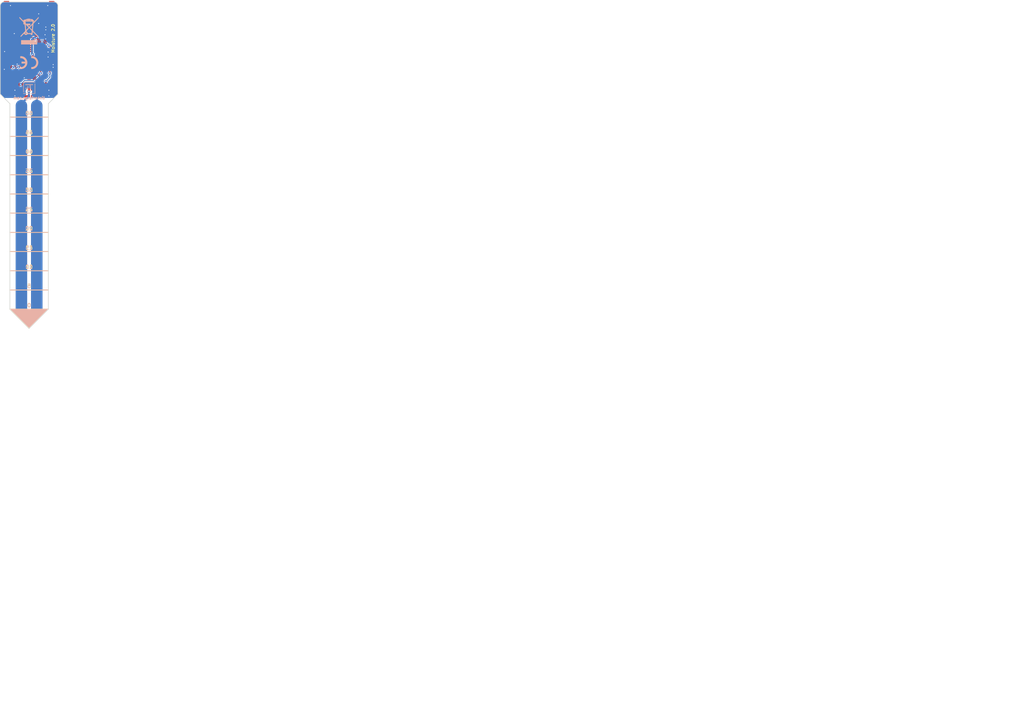
<source format=kicad_pcb>
(kicad_pcb (version 20221018) (generator pcbnew)
  (title_block (title "Moisture Bricklet") (rev "1.1") (company "Tinkerforge GmbH") (comment 1 "Licensed under CERN OHL v.1.1") (comment 2 "Copyright (©) 2014, B.Nordmeyer <bastian@tinkerforge.com>"))
  (layers (0 "F.Cu" signal) (31 "B.Cu" signal) (34 "B.Paste" user) (35 "F.Paste" user) (36 "B.SilkS" user "B.Silkscreen") (37 "F.SilkS" user "F.Silkscreen") (38 "B.Mask" user) (39 "F.Mask" user) (44 "Edge.Cuts" user))
  (net 0 "")
  (net 1 "GND")
  (net 2 "VCC")
  (net 3 "Net-(P1-Pad4)")
  (net 4 "Net-(P1-Pad5)")
  (net 5 "Net-(P1-Pad6)")
  (net 6 "Net-(R3-Pad1)")
  (net 7 "CLK-EN")
  (net 8 "S-MISO")
  (net 9 "S-MOSI")
  (net 10 "S-CLK")
  (net 11 "S-CS")
  (net 12 "SCL")
  (net 13 "SDA")
  (net 14 "Net-(C2-Pad2)")
  (net 15 "Net-(C6-Pad1)")
  (net 16 "Net-(C9-Pad1)")
  (net 17 "Net-(C10-Pad1)")
  (net 18 "Net-(D1-Pad2)")
  (net 19 "Net-(D2-Pad1)")
  (net 20 "Net-(P2-Pad1)")
  (net 21 "Net-(Q1-Pad3)")
  (net 22 "Net-(R1-Pad1)")
  (net 23 "Net-(R6-Pad1)")
  (net 24 "Net-(P3-Pad2)")
  (net 25 "SIG")
  (footprint "C0603F" (layer "F.Cu") (at 139.4 80.4)
    (fp_text reference "C6")
    (fp_text value "1uF")
    (pad "1" smd rect (at -0.75 0) (size 0.9 0.9) (layers "F.Cu" "F.Paste" "F.Mask") (net 15 "Net-(C6-Pad1)"))
    (pad "2" smd rect (at 0.75 0) (size 0.9 0.9) (layers "F.Cu" "F.Paste" "F.Mask") (net 1 "GND"))
  )
  (footprint "C0603F" (layer "F.Cu") (at 139.4 81.7)
    (fp_text reference "C7")
    (fp_text value "100nF")
    (pad "1" smd rect (at -0.75 0) (size 0.9 0.9) (layers "F.Cu" "F.Paste" "F.Mask") (net 15 "Net-(C6-Pad1)"))
    (pad "2" smd rect (at 0.75 0) (size 0.9 0.9) (layers "F.Cu" "F.Paste" "F.Mask") (net 1 "GND"))
  )
  (footprint "C0603F" (layer "F.Cu") (at 130.3 84.1 180)
    (fp_text reference "C8")
    (fp_text value "100nF")
    (pad "1" smd rect (at -0.75 0 180) (size 0.9 0.9) (layers "F.Cu" "F.Paste" "F.Mask") (net 2 "VCC"))
    (pad "2" smd rect (at 0.75 0 180) (size 0.9 0.9) (layers "F.Cu" "F.Paste" "F.Mask") (net 1 "GND"))
  )
  (footprint "C0603F" (layer "F.Cu") (at 139.5 91.8)
    (fp_text reference "C9")
    (fp_text value "TBD")
    (pad "1" smd rect (at -0.75 0) (size 0.9 0.9) (layers "F.Cu" "F.Paste" "F.Mask") (net 16 "Net-(C9-Pad1)"))
    (pad "2" smd rect (at 0.75 0) (size 0.9 0.9) (layers "F.Cu" "F.Paste" "F.Mask") (net 1 "GND"))
  )
  (footprint "C0603F" (layer "F.Cu") (at 133.9 91.8 180)
    (fp_text reference "C10")
    (fp_text value "TBD")
    (pad "1" smd rect (at -0.75 0 180) (size 0.9 0.9) (layers "F.Cu" "F.Paste" "F.Mask") (net 17 "Net-(C10-Pad1)"))
    (pad "2" smd rect (at 0.75 0 180) (size 0.9 0.9) (layers "F.Cu" "F.Paste" "F.Mask") (net 1 "GND"))
  )
  (footprint "kicad-libraries:SOT363" (layer "F.Cu") (at 136.7 91 -90)
    (fp_text reference "D2")
    (fp_text value "BAT54TW")
    (pad "1" smd rect (at -0.9 -0.75 270) (size 0.6 0.6) (layers "F.Cu" "F.Paste" "F.Mask") (net 19 "Net-(D2-Pad1)"))
    (pad "2" smd rect (at -0.9 0 270) (size 0.6 0.4) (layers "F.Cu" "F.Paste" "F.Mask"))
    (pad "3" smd rect (at -0.9 0.75 270) (size 0.6 0.6) (layers "F.Cu" "F.Paste" "F.Mask") (net 25 "SIG"))
    (pad "4" smd rect (at 0.9 0.75 270) (size 0.6 0.6) (layers "F.Cu" "F.Paste" "F.Mask") (net 17 "Net-(C10-Pad1)"))
    (pad "5" smd rect (at 0.9 0 270) (size 0.6 0.4) (layers "F.Cu" "F.Paste" "F.Mask"))
    (pad "6" smd rect (at 0.9 -0.75 270) (size 0.6 0.6) (layers "F.Cu" "F.Paste" "F.Mask") (net 16 "Net-(C9-Pad1)"))
  )
  (footprint "R0603F" (layer "F.Cu") (at 136 87.9 90)
    (fp_text reference "R5")
    (fp_text value "68")
    (pad "1" smd rect (at -0.75 0 90) (size 0.9 0.9) (layers "F.Cu" "F.Paste" "F.Mask") (net 25 "SIG"))
    (pad "2" smd rect (at 0.75 0 90) (size 0.9 0.9) (layers "F.Cu" "F.Paste" "F.Mask") (net 21 "Net-(Q1-Pad3)"))
  )
  (footprint "R0603F" (layer "F.Cu") (at 134.6 89.6 -90)
    (fp_text reference "R6")
    (fp_text value "1k")
    (pad "1" smd rect (at -0.75 0 270) (size 0.9 0.9) (layers "F.Cu" "F.Paste" "F.Mask") (net 23 "Net-(R6-Pad1)"))
    (pad "2" smd rect (at 0.75 0 270) (size 0.9 0.9) (layers "F.Cu" "F.Paste" "F.Mask") (net 17 "Net-(C10-Pad1)"))
  )
  (footprint "R0603F" (layer "F.Cu") (at 133.1 89.6 90)
    (fp_text reference "R7")
    (fp_text value "DNP")
    (pad "1" smd rect (at -0.75 0 90) (size 0.9 0.9) (layers "F.Cu" "F.Paste" "F.Mask") (net 1 "GND"))
    (pad "2" smd rect (at 0.75 0 90) (size 0.9 0.9) (layers "F.Cu" "F.Paste" "F.Mask") (net 23 "Net-(R6-Pad1)"))
  )
  (footprint "4X0402" (layer "F.Cu") (at 134.2 74.4 180)
    (fp_text reference "RP1")
    (fp_text value "TBD")
    (pad "1" smd rect (at -0.7493 0.575) (size 0.29972 0.65) (layers "F.Cu" "F.Paste" "F.Mask") (net 3 "Net-(P1-Pad4)"))
    (pad "2" smd rect (at -0.24892 0.575) (size 0.29972 0.65) (layers "F.Cu" "F.Paste" "F.Mask") (net 4 "Net-(P1-Pad5)"))
    (pad "3" smd rect (at 0.24892 0.575) (size 0.29972 0.65) (layers "F.Cu" "F.Paste" "F.Mask") (net 5 "Net-(P1-Pad6)"))
    (pad "4" smd rect (at 0.7493 0.575) (size 0.29972 0.65) (layers "F.Cu" "F.Paste" "F.Mask") (net 14 "Net-(C2-Pad2)"))
    (pad "5" smd rect (at 0.7493 -0.575 180) (size 0.29972 0.65) (layers "F.Cu" "F.Paste" "F.Mask") (net 8 "S-MISO"))
    (pad "6" smd rect (at 0.24892 -0.575 180) (size 0.29972 0.65) (layers "F.Cu" "F.Paste" "F.Mask") (net 9 "S-MOSI"))
    (pad "7" smd rect (at -0.24892 -0.575 180) (size 0.29972 0.65) (layers "F.Cu" "F.Paste" "F.Mask") (net 10 "S-CLK"))
    (pad "8" smd rect (at -0.7493 -0.575 180) (size 0.29972 0.65) (layers "F.Cu" "F.Paste" "F.Mask") (net 11 "S-CS"))
  )
  (footprint "4X0603" (layer "F.Cu") (at 136.8 84.5 90)
    (fp_text reference "RP2")
    (fp_text value "1k")
    (pad "1" smd rect (at -1.19888 -0.8509 90) (size 0.44958 0.89916) (layers "F.Cu" "F.Paste" "F.Mask") (net 2 "VCC"))
    (pad "2" smd rect (at -0.39878 -0.8509 90) (size 0.44958 0.89916) (layers "F.Cu" "F.Paste" "F.Mask") (net 2 "VCC"))
    (pad "3" smd rect (at 0.39878 -0.8509 90) (size 0.44958 0.89916) (layers "F.Cu" "F.Paste" "F.Mask") (net 2 "VCC"))
    (pad "4" smd rect (at 1.19888 -0.8509 90) (size 0.44958 0.89916) (layers "F.Cu" "F.Paste" "F.Mask") (net 2 "VCC"))
    (pad "5" smd rect (at 1.19888 0.8509 90) (size 0.44958 0.89916) (layers "F.Cu" "F.Paste" "F.Mask") (net 13 "SDA"))
    (pad "6" smd rect (at 0.39878 0.8509 90) (size 0.44958 0.89916) (layers "F.Cu" "F.Paste" "F.Mask"))
    (pad "7" smd rect (at -0.39878 0.8509 90) (size 0.44958 0.89916) (layers "F.Cu" "F.Paste" "F.Mask"))
    (pad "8" smd rect (at -1.19888 0.8509 90) (size 0.44958 0.89916) (layers "F.Cu" "F.Paste" "F.Mask") (net 12 "SCL"))
  )
  (footprint "C0805" (layer "F.Cu") (at 138.5 74.3 180)
    (fp_text reference "C1")
    (fp_text value "10uF")
    (pad "1" smd rect (at -1.00076 0 180) (size 1.00076 1.24968) (layers "F.Cu" "F.Paste" "F.Mask") (net 1 "GND") (clearance 0.14986))
    (pad "2" smd rect (at 1.00076 0 180) (size 1.00076 1.24968) (layers "F.Cu" "F.Paste" "F.Mask") (net 2 "VCC") (clearance 0.14986))
  )
  (footprint "kicad-libraries:C0402F" (layer "F.Cu") (at 132.4 74.25 90)
    (fp_text reference "C2")
    (fp_text value "TBD")
    (pad "1" smd rect (at -0.5 0 90) (size 0.6 0.7) (layers "F.Cu" "F.Paste" "F.Mask") (net 1 "GND"))
    (pad "2" smd rect (at 0.5 0 90) (size 0.6 0.7) (layers "F.Cu" "F.Paste" "F.Mask") (net 14 "Net-(C2-Pad2)"))
  )
  (footprint "C0603F" (layer "F.Cu") (at 138.6 75.9 180)
    (fp_text reference "C3")
    (fp_text value "1uF")
    (pad "1" smd rect (at -0.75 0 180) (size 0.9 0.9) (layers "F.Cu" "F.Paste" "F.Mask") (net 1 "GND"))
    (pad "2" smd rect (at 0.75 0 180) (size 0.9 0.9) (layers "F.Cu" "F.Paste" "F.Mask") (net 2 "VCC"))
  )
  (footprint "C0603F" (layer "F.Cu") (at 133.85 82.85 180)
    (fp_text reference "C4")
    (fp_text value "100nF")
    (pad "1" smd rect (at -0.75 0 180) (size 0.9 0.9) (layers "F.Cu" "F.Paste" "F.Mask") (net 2 "VCC"))
    (pad "2" smd rect (at 0.75 0 180) (size 0.9 0.9) (layers "F.Cu" "F.Paste" "F.Mask") (net 1 "GND"))
  )
  (footprint "C0603F" (layer "F.Cu") (at 139.4 77.8)
    (fp_text reference "C5")
    (fp_text value "1uF")
    (pad "1" smd rect (at -0.75 0) (size 0.9 0.9) (layers "F.Cu" "F.Paste" "F.Mask") (net 2 "VCC"))
    (pad "2" smd rect (at 0.75 0) (size 0.9 0.9) (layers "F.Cu" "F.Paste" "F.Mask") (net 1 "GND"))
  )
  (footprint "D0603E" (layer "F.Cu") (at 130.3 82.7 180)
    (fp_text reference "D1")
    (fp_text value "blue")
    (pad "1" smd rect (at -0.8501 0 180) (size 1.1 1) (layers "F.Cu" "F.Paste" "F.Mask") (net 2 "VCC"))
    (pad "2" smd rect (at 0.8501 0 180) (size 1.1 1) (layers "F.Cu" "F.Paste" "F.Mask") (net 18 "Net-(D1-Pad2)"))
  )
  (footprint "CON-SENSOR2" (layer "F.Cu") (at 136 67.1 180)
    (fp_text reference "P1")
    (fp_text value "CON-SENSOR2")
    (pad "1" smd rect (at -3.75 -4.6 180) (size 0.6 1.8) (layers "F.Cu" "F.Paste" "F.Mask"))
    (pad "2" smd rect (at -2.5 -4.6 180) (size 0.6 1.8) (layers "F.Cu" "F.Paste" "F.Mask") (net 1 "GND"))
    (pad "3" smd rect (at -1.25 -4.6 180) (size 0.6 1.8) (layers "F.Cu" "F.Paste" "F.Mask") (net 2 "VCC"))
    (pad "4" smd rect (at 0 -4.6 180) (size 0.6 1.8) (layers "F.Cu" "F.Paste" "F.Mask") (net 3 "Net-(P1-Pad4)"))
    (pad "5" smd rect (at 1.25 -4.6 180) (size 0.6 1.8) (layers "F.Cu" "F.Paste" "F.Mask") (net 4 "Net-(P1-Pad5)"))
    (pad "6" smd rect (at 2.5 -4.6 180) (size 0.6 1.8) (layers "F.Cu" "F.Paste" "F.Mask") (net 5 "Net-(P1-Pad6)"))
    (pad "7" smd rect (at 3.75 -4.6 180) (size 0.6 1.8) (layers "F.Cu" "F.Paste" "F.Mask") (net 14 "Net-(C2-Pad2)"))
    (pad "EP" smd rect (at -5.9 -1.2 180) (size 1.4 2.4) (layers "F.Cu" "F.Paste" "F.Mask") (net 1 "GND"))
    (pad "EP" smd rect (at 5.9 -1.2 180) (size 1.4 2.4) (layers "F.Cu" "F.Paste" "F.Mask") (net 1 "GND"))
  )
  (footprint "kicad-libraries:DEBUG_PAD" (layer "F.Cu") (at 129.8 77.4)
    (fp_text reference "P2")
    (fp_text value "DEBUG")
    (pad "1" smd circle (at 0 0) (size 0.7 0.7) (layers "F.Cu" "F.Paste" "F.Mask") (net 20 "Net-(P2-Pad1)"))
  )
  (footprint "kicad-libraries:SolderJumper" (layer "F.Cu") (at 130.1 79.2)
    (fp_text reference "P3")
    (fp_text value "BOOT")
    (pad "1" smd rect (at -0.5 0) (size 0.4 1.4) (layers "F.Cu" "F.Mask") (net 1 "GND"))
    (pad "1" smd rect (at -0.225 -0.55) (size 0.95 0.3) (layers "F.Cu" "F.Mask") (net 1 "GND"))
    (pad "1" smd rect (at -0.225 0.55) (size 0.95 0.3) (layers "F.Cu" "F.Mask") (net 1 "GND"))
    (pad "2" smd rect (at 0.15 0) (size 0.6 0.5) (layers "F.Cu" "F.Mask") (net 24 "Net-(P3-Pad2)"))
    (pad "2" smd rect (at 0.55 0) (size 0.3 1.4) (layers "F.Cu" "F.Mask") (net 24 "Net-(P3-Pad2)"))
  )
  (footprint "R0603F" (layer "F.Cu") (at 130.3 81.3 180)
    (fp_text reference "R1")
    (fp_text value "1k")
    (pad "1" smd rect (at -0.75 0 180) (size 0.9 0.9) (layers "F.Cu" "F.Paste" "F.Mask") (net 22 "Net-(R1-Pad1)"))
    (pad "2" smd rect (at 0.75 0 180) (size 0.9 0.9) (layers "F.Cu" "F.Paste" "F.Mask") (net 18 "Net-(D1-Pad2)"))
  )
  (footprint "R0603F" (layer "F.Cu") (at 137.4 87.9 90)
    (fp_text reference "R2")
    (fp_text value "68")
    (pad "1" smd rect (at -0.75 0 90) (size 0.9 0.9) (layers "F.Cu" "F.Paste" "F.Mask") (net 19 "Net-(D2-Pad1)"))
    (pad "2" smd rect (at 0.75 0 90) (size 0.9 0.9) (layers "F.Cu" "F.Paste" "F.Mask") (net 21 "Net-(Q1-Pad3)"))
  )
  (footprint "R0603F" (layer "F.Cu") (at 138.8 89.6 -90)
    (fp_text reference "R3")
    (fp_text value "1k")
    (pad "1" smd rect (at -0.75 0 270) (size 0.9 0.9) (layers "F.Cu" "F.Paste" "F.Mask") (net 6 "Net-(R3-Pad1)"))
    (pad "2" smd rect (at 0.75 0 270) (size 0.9 0.9) (layers "F.Cu" "F.Paste" "F.Mask") (net 16 "Net-(C9-Pad1)"))
  )
  (footprint "R0603F" (layer "F.Cu") (at 140.3 89.6 90)
    (fp_text reference "R4")
    (fp_text value "DNP")
    (pad "1" smd rect (at -0.75 0 90) (size 0.9 0.9) (layers "F.Cu" "F.Paste" "F.Mask") (net 1 "GND"))
    (pad "2" smd rect (at 0.75 0 90) (size 0.9 0.9) (layers "F.Cu" "F.Paste" "F.Mask") (net 6 "Net-(R3-Pad1)"))
  )
  (footprint "kicad-libraries:QFN24-4x4mm-0.5mm" (layer "F.Cu") (at 134.5 79)
    (fp_text reference "U1")
    (fp_text value "XMC1XXX24")
    (pad "1" smd oval (at -2.025 -1.25) (size 1 0.3) (layers "F.Cu" "F.Paste" "F.Mask") (net 8 "S-MISO"))
    (pad "2" smd oval (at -2.025 -0.75) (size 1 0.3) (layers "F.Cu" "F.Paste" "F.Mask") (net 20 "Net-(P2-Pad1)"))
    (pad "3" smd oval (at -2.025 -0.25) (size 1 0.3) (layers "F.Cu" "F.Paste" "F.Mask"))
    (pad "4" smd oval (at -2.025 0.25) (size 1 0.3) (layers "F.Cu" "F.Paste" "F.Mask") (net 24 "Net-(P3-Pad2)"))
    (pad "5" smd oval (at -2.025 0.75) (size 1 0.3) (layers "F.Cu" "F.Paste" "F.Mask"))
    (pad "6" smd oval (at -2.025 1.25) (size 1 0.3) (layers "F.Cu" "F.Paste" "F.Mask"))
    (pad "7" smd oval (at -1.25 2.025 90) (size 1 0.3) (layers "F.Cu" "F.Paste" "F.Mask") (net 22 "Net-(R1-Pad1)"))
    (pad "8" smd oval (at -0.75 2.025 90) (size 1 0.3) (layers "F.Cu" "F.Paste" "F.Mask") (net 7 "CLK-EN"))
    (pad "9" smd oval (at -0.25 2.025 90) (size 1 0.3) (layers "F.Cu" "F.Paste" "F.Mask") (net 1 "GND"))
    (pad "10" smd oval (at 0.25 2.025 90) (size 1 0.3) (layers "F.Cu" "F.Paste" "F.Mask") (net 2 "VCC"))
    (pad "11" smd oval (at 0.75 2.025 90) (size 1 0.3) (layers "F.Cu" "F.Paste" "F.Mask"))
    (pad "12" smd oval (at 1.25 2.025 90) (size 1 0.3) (layers "F.Cu" "F.Paste" "F.Mask"))
    (pad "13" smd oval (at 2.025 1.25) (size 1 0.3) (layers "F.Cu" "F.Paste" "F.Mask"))
    (pad "14" smd oval (at 2.025 0.75) (size 1 0.3) (layers "F.Cu" "F.Paste" "F.Mask"))
    (pad "15" smd oval (at 2.025 0.25) (size 1 0.3) (layers "F.Cu" "F.Paste" "F.Mask"))
    (pad "16" smd oval (at 2.025 -0.25) (size 1 0.3) (layers "F.Cu" "F.Paste" "F.Mask"))
    (pad "17" smd oval (at 2.025 -0.75) (size 1 0.3) (layers "F.Cu" "F.Paste" "F.Mask") (net 13 "SDA"))
    (pad "18" smd oval (at 2.025 -1.25) (size 1 0.3) (layers "F.Cu" "F.Paste" "F.Mask"))
    (pad "19" smd oval (at 1.25 -2.025 90) (size 1 0.3) (layers "F.Cu" "F.Paste" "F.Mask") (net 12 "SCL"))
    (pad "20" smd oval (at 0.75 -2.025 90) (size 1 0.3) (layers "F.Cu" "F.Paste" "F.Mask"))
    (pad "21" smd oval (at 0.25 -2.025 90) (size 1 0.3) (layers "F.Cu" "F.Paste" "F.Mask"))
    (pad "22" smd oval (at -0.25 -2.025 90) (size 1 0.3) (layers "F.Cu" "F.Paste" "F.Mask") (net 11 "S-CS"))
    (pad "23" smd oval (at -0.75 -2.025 90) (size 1 0.3) (layers "F.Cu" "F.Paste" "F.Mask") (net 10 "S-CLK"))
    (pad "24" smd oval (at -1.25 -2.025 90) (size 1 0.3) (layers "F.Cu" "F.Paste" "F.Mask") (net 9 "S-MOSI"))
    (pad "EXP" smd rect (at -0.65 -0.65) (size 1.3 1.3) (layers "F.Cu" "F.Paste" "F.Mask") (net 1 "GND"))
    (pad "EXP" smd rect (at -0.65 0.65) (size 1.3 1.3) (layers "F.Cu" "F.Paste" "F.Mask") (net 1 "GND"))
    (pad "EXP" smd rect (at 0.65 -0.65) (size 1.3 1.3) (layers "F.Cu" "F.Paste" "F.Mask") (net 1 "GND"))
    (pad "EXP" smd rect (at 0.65 0.65) (size 1.3 1.3) (layers "F.Cu" "F.Paste" "F.Mask") (net 1 "GND"))
  )
  (footprint "R0603F" (layer "F.Cu") (at 139.4 79.1)
    (fp_text reference "L1")
    (fp_text value "INDUCT")
    (pad "1" smd rect (at -0.75 0) (size 0.9 0.9) (layers "F.Cu" "F.Paste" "F.Mask") (net 2 "VCC"))
    (pad "2" smd rect (at 0.75 0) (size 0.9 0.9) (layers "F.Cu" "F.Paste" "F.Mask") (net 15 "Net-(C6-Pad1)"))
  )
  (footprint "CRYSTAL_3225_4" (layer "F.Cu") (at 132.6 86.3)
    (fp_text reference "Q1")
    (fp_text value "Oscillator")
    (pad "1" smd rect (at -1.09982 0.8001) (size 1.39954 1.15062) (layers "F.Cu" "F.Paste" "F.Mask") (net 7 "CLK-EN"))
    (pad "2" smd rect (at 1.09982 0.8001) (size 1.39954 1.15062) (layers "F.Cu" "F.Paste" "F.Mask") (net 1 "GND"))
    (pad "3" smd rect (at 1.09982 -0.8001) (size 1.39954 1.15062) (layers "F.Cu" "F.Paste" "F.Mask") (net 21 "Net-(Q1-Pad3)"))
    (pad "4" smd rect (at -1.09982 -0.8001) (size 1.39954 1.15062) (layers "F.Cu" "F.Paste" "F.Mask") (net 2 "VCC"))
  )
  (footprint "kicad-libraries:SOT23-6" (layer "F.Cu") (at 140.2 84.1 90)
    (fp_text reference "U2")
    (fp_text value "MCP3425")
    (pad "1" smd rect (at -0.94996 1.19888 90) (size 0.50038 0.8001) (layers "F.Cu" "F.Paste" "F.Mask") (net 6 "Net-(R3-Pad1)") (clearance 0.14986))
    (pad "2" smd rect (at 0 1.19888 90) (size 0.50038 0.8001) (layers "F.Cu" "F.Paste" "F.Mask") (net 1 "GND") (clearance 0.14986))
    (pad "3" smd rect (at 0.94996 1.19888 90) (size 0.50038 0.8001) (layers "F.Cu" "F.Paste" "F.Mask") (net 12 "SCL") (clearance 0.14986))
    (pad "4" smd rect (at 0.94996 -1.19888 90) (size 0.50038 0.8001) (layers "F.Cu" "F.Paste" "F.Mask") (net 13 "SDA") (clearance 0.14986))
    (pad "5" smd rect (at 0 -1.19888 90) (size 0.50038 0.8001) (layers "F.Cu" "F.Paste" "F.Mask") (net 15 "Net-(C6-Pad1)") (clearance 0.14986))
    (pad "6" smd rect (at -0.94996 -1.19888 90) (size 0.50038 0.8001) (layers "F.Cu" "F.Paste" "F.Mask") (net 23 "Net-(R6-Pad1)") (clearance 0.14986))
  )
  (footprint "kicad-libraries:Logo_31x31" (layer "B.Cu") (at 137.6 88.15 180)
    (fp_text reference "G***" hide)
    (fp_text value "Logo_31x31" hide)
  )
  (footprint "kicad-libraries:WEEE_7mm" (layer "B.Cu") (at 136 74.85 180)
    (fp_text reference "VAL" hide)
    (fp_text value "WEEE_7mm" hide)
  )
  (footprint "kicad-libraries:CE_5mm" (layer "B.Cu") (at 136 83.15 180)
    (fp_text reference "VAL" hide)
    (fp_text value "CE_5mm" hide)
  )
  (gr_line (start 141 102.35) (end 131 102.35) (stroke (width 0.2)) (layer "B.SilkS"))
  (gr_line (start 131 107.35) (end 141 107.35) (stroke (width 0.2)) (layer "B.SilkS"))
  (gr_line (start 131 122.35) (end 141 122.35) (stroke (width 0.2)) (layer "B.SilkS"))
  (gr_line (start 141 127.35) (end 131 127.35) (stroke (width 0.2)) (layer "B.SilkS"))
  (gr_line (start 141 117.35) (end 131 117.35) (stroke (width 0.2)) (layer "B.SilkS"))
  (gr_line (start 141 137.35) (end 131 137.35) (stroke (width 0.2)) (layer "B.SilkS"))
  (gr_line (start 141 97.35) (end 131 97.35) (stroke (width 0.2)) (layer "B.SilkS"))
  (gr_line (start 131 142.35) (end 141 142.35) (stroke (width 0.2)) (layer "B.SilkS"))
  (gr_line (start 141 147.35) (end 131 147.35) (stroke (width 0.2)) (layer "B.SilkS"))
  (gr_line (start 131 132.35) (end 141 132.35) (stroke (width 0.2)) (layer "B.SilkS"))
  (gr_line (start 141 112.35) (end 131 112.35) (stroke (width 0.2)) (layer "B.SilkS"))
  (gr_line (start 141 97.35) (end 131 97.35) (stroke (width 0.2)) (layer "F.SilkS"))
  (gr_line (start 141 137.35) (end 131 137.35) (stroke (width 0.2)) (layer "F.SilkS"))
  (gr_line (start 141 102.35) (end 131 102.35) (stroke (width 0.2)) (layer "F.SilkS"))
  (gr_line (start 131 147.35) (end 136 152.35) (stroke (width 0.2)) (layer "F.SilkS"))
  (gr_line (start 141 147.35) (end 131 147.35) (stroke (width 0.2)) (layer "F.SilkS"))
  (gr_line (start 141 132.35) (end 131 132.35) (stroke (width 0.2)) (layer "F.SilkS"))
  (gr_line (start 141 127.35) (end 131 127.35) (stroke (width 0.2)) (layer "F.SilkS"))
  (gr_line (start 141 122.35) (end 131 122.35) (stroke (width 0.2)) (layer "F.SilkS"))
  (gr_line (start 141 112.35) (end 131 112.35) (stroke (width 0.2)) (layer "F.SilkS"))
  (gr_line (start 141 117.35) (end 131 117.35) (stroke (width 0.2)) (layer "F.SilkS"))
  (gr_line (start 141 107.35) (end 131 107.35) (stroke (width 0.2)) (layer "F.SilkS"))
  (gr_line (start 141 142.35) (end 131 142.35) (stroke (width 0.2)) (layer "F.SilkS"))
  (gr_line (start 143.5 91.35) (end 141 93.85) (stroke (width 0.15)) (layer "Edge.Cuts"))
  (gr_line (start 131 93.85) (end 131 147.35) (stroke (width 0.15)) (layer "Edge.Cuts"))
  (gr_line (start 129.5 67.35) (end 142.5 67.35) (stroke (width 0.15)) (layer "Edge.Cuts"))
  (gr_line (start 136 152.35) (end 141 147.35) (stroke (width 0.15)) (layer "Edge.Cuts"))
  (gr_line (start 128.5 91.35) (end 128.5 68.35) (stroke (width 0.15)) (layer "Edge.Cuts"))
  (gr_line (start 143.5 68.35) (end 143.5 91.35) (stroke (width 0.15)) (layer "Edge.Cuts"))
  (gr_line (start 141 147.35) (end 141 93.85) (stroke (width 0.15)) (layer "Edge.Cuts"))
  (gr_line (start 128.5 91.35) (end 131 93.85) (stroke (width 0.15)) (layer "Edge.Cuts"))
  (gr_line (start 136 152.35) (end 131 147.35) (stroke (width 0.15)) (layer "Edge.Cuts"))
  (gr_arc (start 128.5 68.35) (mid 128.792893 67.642893) (end 129.5 67.35) (stroke (width 0.15)) (layer "Edge.Cuts"))
  (gr_arc (start 142.5 67.35) (mid 143.207107 67.642893) (end 143.5 68.35) (stroke (width 0.15)) (layer "Edge.Cuts"))
  (gr_text "tinkerforge.com" (at 136 92.35) (layer "B.SilkS") (effects (font (size 0.7 0.7)) (justify mirror)))
  (gr_text "5" (at 136 141.35) (layer "B.SilkS") (effects (font (size 1 1)) (justify mirror)))
  (gr_text "0" (at 136 146.35) (layer "B.SilkS") (effects (font (size 1 1)) (justify mirror)))
  (gr_text "50" (at 136 96.35) (layer "B.SilkS") (effects (font (size 1 1)) (justify mirror)))
  (gr_text "25" (at 136 121.35) (layer "B.SilkS") (effects (font (size 1 1)) (justify mirror)))
  (gr_text "40" (at 136 106.35) (layer "B.SilkS") (effects (font (size 1 1)) (justify mirror)))
  (gr_text "10" (at 136 136.35) (layer "B.SilkS") (effects (font (size 1 1)) (justify mirror)))
  (gr_text "20" (at 136 126.35) (layer "B.SilkS") (effects (font (size 1 1)) (justify mirror)))
  (gr_text "45" (at 136 101.35) (layer "B.SilkS") (effects (font (size 1 1)) (justify mirror)))
  (gr_text "15" (at 136 131.35) (layer "B.SilkS") (effects (font (size 1 1)) (justify mirror)))
  (gr_text "30" (at 136 116.35) (layer "B.SilkS") (effects (font (size 1 1)) (justify mirror)))
  (gr_text "35" (at 136 111.35) (layer "B.SilkS") (effects (font (size 1 1)) (justify mirror)))
  (gr_text "25" (at 136 121.35) (layer "F.SilkS") (effects (font (size 1 1))))
  (gr_text "35" (at 136 111.35) (layer "F.SilkS") (effects (font (size 1 1))))
  (gr_text "15" (at 136 131.35) (layer "F.SilkS") (effects (font (size 1 1))))
  (gr_text "45" (at 136 101.35) (layer "F.SilkS") (effects (font (size 1 1))))
  (gr_text "40" (at 136 106.35) (layer "F.SilkS") (effects (font (size 1 1))))
  (gr_text "30" (at 136 116.35) (layer "F.SilkS") (effects (font (size 1 1))))
  (gr_text "5" (at 136 141.35) (layer "F.SilkS") (effects (font (size 1 1))))
  (gr_text "20" (at 136 126.35) (layer "F.SilkS") (effects (font (size 1 1))))
  (gr_text "Moisture 2.0" (at 142.25 76.85 90) (layer "F.SilkS") (effects (font (size 0.8 0.8))))
  (gr_text "10" (at 136 136.35) (layer "F.SilkS") (effects (font (size 1 1))))
  (gr_text "50" (at 136 96.35) (layer "F.SilkS") (effects (font (size 1 1))))
  (gr_text "0" (at 136 146.35) (layer "F.SilkS") (effects (font (size 1 1))))
  (segment (start 134.7499 87.1001) (end 134.75 87.1) (width 0.5) (layer "F.Cu") (net 1))
  (segment (start 140.05 74.3) (end 140.35 74.6) (width 0.5) (layer "F.Cu") (net 1))
  (segment (start 139.95 74.3) (end 140.35 73.9) (width 0.5) (layer "F.Cu") (net 1))
  (segment (start 134.25 81.9) (end 134.1 82.05) (width 0.254) (layer "F.Cu") (net 1))
  (segment (start 134.1 82.05) (end 133.9 82.05) (width 0.254) (layer "F.Cu") (net 1))
  (segment (start 133.9 82.05) (end 133.1 82.85) (width 0.254) (layer "F.Cu") (net 1))
  (segment (start 134.25 80.05) (end 133.85 79.65) (width 0.254) (layer "F.Cu") (net 1))
  (segment (start 132.4 75.325) (end 132.15 75.575) (width 0.254) (layer "F.Cu") (net 1))
  (segment (start 132.15 75.575) (end 132.15 75.6) (width 0.254) (layer "F.Cu") (net 1))
  (segment (start 140.15 77.15) (end 140.325 76.975) (width 0.254) (layer "F.Cu") (net 1))
  (segment (start 133.1 83.325) (end 132.9 83.525) (width 0.5) (layer "F.Cu") (net 1))
  (segment (start 141.85 84.1) (end 142.275 83.675) (width 0.5) (layer "F.Cu") (net 1))
  (segment (start 142 84.1) (end 142.275 84.375) (width 0.5) (layer "F.Cu") (net 1))
  (segment (start 129.625 79.225) (end 129.625 80.275) (width 0.254) (layer "F.Cu") (net 1))
  (segment (start 129.6 78.675) (end 129.625 78.65) (width 0.254) (layer "F.Cu") (net 1))
  (segment (start 129.625 78.65) (end 129.6 79.2) (width 0.254) (layer "F.Cu") (net 1))
  (segment (start 139.50076 74.3) (end 140.05 74.3) (width 0.5) (layer "F.Cu") (net 1))
  (segment (start 134.25 81.025) (end 134.25 81.9) (width 0.254) (layer "F.Cu") (net 1))
  (segment (start 141.39888 84.1) (end 141.85 84.1) (width 0.5) (layer "F.Cu") (net 1))
  (segment (start 129.55 84.1) (end 129.55 84.9) (width 0.5) (layer "F.Cu") (net 1))
  (segment (start 133.1 90.35) (end 132.3 90.35) (width 0.5) (layer "F.Cu") (net 1))
  (segment (start 129.6 79.2) (end 129.6 79.15) (width 0.254) (layer "F.Cu") (net 1))
  (segment (start 133.85 78.35) (end 135.15 78.35) (width 0.254) (layer "F.Cu") (net 1))
  (segment (start 140.15 81.7) (end 140.95 81.7) (width 0.5) (layer "F.Cu") (net 1))
  (segment (start 138.5 71.7) (end 138.5 72.95) (width 0.5) (layer "F.Cu") (net 1))
  (segment (start 134.25 81.025) (end 134.25 80.05) (width 0.254) (layer "F.Cu") (net 1))
  (segment (start 140.15 77.8) (end 140.15 77.15) (width 0.5) (layer "F.Cu") (net 1))
  (segment (start 133.85 79.65) (end 133.85 78.35) (width 0.254) (layer "F.Cu") (net 1))
  (segment (start 129.6 79.2) (end 129.625 79.225) (width 0.254) (layer "F.Cu") (net 1))
  (segment (start 140.3 90.35) (end 141.15 90.35) (width 0.5) (layer "F.Cu") (net 1))
  (segment (start 129.6 79.2) (end 129.6 79.75) (width 0.254) (layer "F.Cu") (net 1))
  (segment (start 135.15 78.35) (end 135.15 79.65) (width 0.254) (layer "F.Cu") (net 1))
  (segment (start 132.4 74.9) (end 132.4 75.325) (width 0.254) (layer "F.Cu") (net 1))
  (segment (start 141.39888 84.1) (end 142 84.1) (width 0.5) (layer "F.Cu") (net 1))
  (segment (start 133.1 82.85) (end 133.1 83.325) (width 0.5) (layer "F.Cu") (net 1))
  (segment (start 133.15 91.8) (end 132.3 91.8) (width 0.5) (layer "F.Cu") (net 1))
  (segment (start 141.9 68.3) (end 140.85 68.3) (width 0.5) (layer "F.Cu") (net 1))
  (segment (start 129.6 79.2) (end 129.6 78.675) (width 0.254) (layer "F.Cu") (net 1))
  (segment (start 129.6 79.2) (end 129.6 79.75) (width 0.254) (layer "F.Cu") (net 1))
  (segment (start 130.1 68.3) (end 131.15 68.3) (width 0.5) (layer "F.Cu") (net 1))
  (segment (start 141.15 91.8) (end 140.25 91.8) (width 0.5) (layer "F.Cu") (net 1))
  (segment (start 139.35 75.9) (end 140.15 75.9) (width 0.5) (layer "F.Cu") (net 1))
  (segment (start 140.15 80.4) (end 140.95 80.4) (width 0.5) (layer "F.Cu") (net 1))
  (segment (start 138.5 71.7) (end 138.5 70.45) (width 0.5) (layer "F.Cu") (net 1))
  (segment (start 139.50076 74.3) (end 139.95 74.3) (width 0.5) (layer "F.Cu") (net 1))
  (segment (start 133.69982 87.1001) (end 134.7499 87.1001) (width 0.5) (layer "F.Cu") (net 1))
  (via (at 142.275 84.375) (size 0.7) (drill 0.25) (layers "F.Cu" "B.Cu") (net 1))
  (via (at 129.55 84.9) (size 0.7) (drill 0.25) (layers "F.Cu" "B.Cu") (net 1))
  (via (at 132.3 91.8) (size 0.7) (drill 0.25) (layers "F.Cu" "B.Cu") (net 1))
  (via (at 140.35 73.9) (size 0.7) (drill 0.25) (layers "F.Cu" "B.Cu") (net 1))
  (via (at 138.5 70.45) (size 0.7) (drill 0.25) (layers "F.Cu" "B.Cu") (net 1))
  (via (at 141.15 91.8) (size 0.7) (drill 0.25) (layers "F.Cu" "B.Cu") (net 1))
  (via (at 138.5 72.95) (size 0.7) (drill 0.25) (layers "F.Cu" "B.Cu") (net 1))
  (via (at 140.35 74.6) (size 0.7) (drill 0.25) (layers "F.Cu" "B.Cu") (net 1))
  (via (at 140.95 80.4) (size 0.7) (drill 0.25) (layers "F.Cu" "B.Cu") (net 1))
  (via (at 140.15 75.9) (size 0.7) (drill 0.25) (layers "F.Cu" "B.Cu") (net 1))
  (via (at 129.625 80.275) (size 0.7) (drill 0.25) (layers "F.Cu" "B.Cu") (net 1))
  (via (at 140.325 76.975) (size 0.7) (drill 0.25) (layers "F.Cu" "B.Cu") (net 1))
  (via (at 132.3 90.35) (size 0.7) (drill 0.25) (layers "F.Cu" "B.Cu") (net 1))
  (via (at 140.85 68.3) (size 0.7) (drill 0.25) (layers "F.Cu" "B.Cu") (net 1))
  (via (at 132.15 75.6) (size 0.7) (drill 0.25) (layers "F.Cu" "B.Cu") (net 1))
  (via (at 132.9 83.525) (size 0.7) (drill 0.25) (layers "F.Cu" "B.Cu") (net 1))
  (via (at 140.95 81.7) (size 0.7) (drill 0.25) (layers "F.Cu" "B.Cu") (net 1))
  (via (at 134.75 87.1) (size 0.7) (drill 0.25) (layers "F.Cu" "B.Cu") (net 1))
  (via (at 141.15 90.35) (size 0.7) (drill 0.25) (layers "F.Cu" "B.Cu") (net 1))
  (via (at 142.275 83.675) (size 0.7) (drill 0.25) (layers "F.Cu" "B.Cu") (net 1))
  (via (at 131.15 68.3) (size 0.7) (drill 0.25) (layers "F.Cu" "B.Cu") (net 1))
  (segment (start 138.05 91.8) (end 138 91.85) (width 0.5) (layer "B.Cu") (net 1))
  (segment (start 138 91.85) (end 138 94.35) (width 0.5) (layer "B.Cu") (net 1))
  (segment (start 141.15 91.8) (end 138.05 91.8) (width 0.5) (layer "B.Cu") (net 1))
  (segment (start 138 147.35) (end 138 94.35) (width 3) (layer "B.Cu") (net 1))
  (segment (start 137.25 74.05076) (end 137.49924 74.3) (width 0.254) (layer "F.Cu") (net 2))
  (segment (start 137.49924 74.79924) (end 137.85 75.15) (width 0.5) (layer "F.Cu") (net 2))
  (segment (start 137.85 75.15) (end 137.85 75.9) (width 0.5) (layer "F.Cu") (net 2))
  (segment (start 136.40112 85.69888) (end 136.55 85.55) (width 0.254) (layer "F.Cu") (net 2))
  (segment (start 136.55 85.55) (end 136.55 84.85) (width 0.254) (layer "F.Cu") (net 2))
  (segment (start 136.55 83.6) (end 136.25112 83.30112) (width 0.254) (layer "F.Cu") (net 2))
  (segment (start 136.25112 83.30112) (end 135.9491 83.30112) (width 0.254) (layer "F.Cu") (net 2))
  (segment (start 136.55 84.10122) (end 136.55 84.1) (width 0.254) (layer "F.Cu") (net 2))
  (segment (start 136.55 84.1) (end 136.55 83.6) (width 0.254) (layer "F.Cu") (net 2))
  (segment (start 136.55 84.89878) (end 136.50122 84.85) (width 0.254) (layer "F.Cu") (net 2))
  (segment (start 136.50122 84.85) (end 136.45 84.85) (width 0.254) (layer "F.Cu") (net 2))
  (segment (start 136.45 84.85) (end 136.55 84.85) (width 0.254) (layer "F.Cu") (net 2))
  (segment (start 136.55 84.85) (end 136.55 84.1) (width 0.254) (layer "F.Cu") (net 2))
  (segment (start 131.05 85.04972) (end 131.50018 85.4999) (width 0.5) (layer "F.Cu") (net 2))
  (segment (start 131.05 82.8001) (end 131.1501 82.7) (width 0.5) (layer "F.Cu") (net 2))
  (segment (start 134.75 82.1) (end 134.6 82.25) (width 0.254) (layer "F.Cu") (net 2))
  (segment (start 134.6 82.25) (end 134.6 82.85) (width 0.254) (layer "F.Cu") (net 2))
  (segment (start 134.975 82.85) (end 135.225 83.1) (width 0.254) (layer "F.Cu") (net 2))
  (segment (start 135.42612 83.30112) (end 135.9491 83.30112) (width 0.254) (layer "F.Cu") (net 2))
  (segment (start 138.65 77.4) (end 137.9125 76.6625) (width 0.5) (layer "F.Cu") (net 2))
  (segment (start 137.85 76.6) (end 137.85 75.9) (width 0.5) (layer "F.Cu") (net 2))
  (segment (start 137.9125 76.6625) (end 137.85 76.6) (width 0.5) (layer "F.Cu") (net 2))
  (segment (start 136.95 81.025) (end 136.95 81.5) (width 0.5) (layer "F.Cu") (net 2))
  (segment (start 136.95 81.5) (end 135.875 82.575) (width 0.5) (layer "F.Cu") (net 2))
  (segment (start 135.875 82.575) (end 135.475 82.575) (width 0.5) (layer "F.Cu") (net 2))
  (segment (start 135.475 82.575) (end 135.2 82.85) (width 0.5) (layer "F.Cu") (net 2))
  (segment (start 134.6 82.85) (end 135.2 82.85) (width 0.5) (layer "F.Cu") (net 2))
  (segment (start 131.425 84.1) (end 131.7 84.375) (width 0.254) (layer "F.Cu") (net 2))
  (segment (start 133.3 84.325) (end 133.6 84.025) (width 0.254) (layer "F.Cu") (net 2))
  (segment (start 133.6 84.025) (end 134.3 84.025) (width 0.254) (layer "F.Cu") (net 2))
  (segment (start 134.3 84.025) (end 135.225 83.1) (width 0.254) (layer "F.Cu") (net 2))
  (segment (start 135.225 83.1) (end 135.42612 83.30112) (width 0.254) (layer "F.Cu") (net 2))
  (segment (start 131.05 84.1) (end 131.05 82.8001) (width 0.5) (layer "F.Cu") (net 2))
  (segment (start 134.75 81.025) (end 134.75 82.1) (width 0.254) (layer "F.Cu") (net 2))
  (segment (start 138.65 79.1) (end 138.65 77.8) (width 0.5) (layer "F.Cu") (net 2))
  (segment (start 138.65 77.8) (end 138.65 77.4) (width 0.5) (layer "F.Cu") (net 2))
  (segment (start 131.05 84.1) (end 131.05 85.04972) (width 0.5) (layer "F.Cu") (net 2))
  (segment (start 135.9491 84.89878) (end 136.55 84.89878) (width 0.254) (layer "F.Cu") (net 2))
  (segment (start 131.05 84.1) (end 131.425 84.1) (width 0.254) (layer "F.Cu") (net 2))
  (segment (start 135.9491 85.69888) (end 136.40112 85.69888) (width 0.254) (layer "F.Cu") (net 2))
  (segment (start 135.9491 84.10122) (end 136.55 84.10122) (width 0.254) (layer "F.Cu") (net 2))
  (segment (start 134.6 82.85) (end 134.975 82.85) (width 0.254) (layer "F.Cu") (net 2))
  (segment (start 137.25 71.7) (end 137.25 74.05076) (width 0.5) (layer "F.Cu") (net 2))
  (segment (start 137.49924 74.3) (end 137.49924 74.79924) (width 0.254) (layer "F.Cu") (net 2))
  (via (at 137.9125 76.6625) (size 0.7) (drill 0.25) (layers "F.Cu" "B.Cu") (net 2))
  (via (at 131.7 84.375) (size 0.7) (drill 0.25) (layers "F.Cu" "B.Cu") (net 2))
  (via (at 133.3 84.325) (size 0.7) (drill 0.25) (layers "F.Cu" "B.Cu") (net 2))
  (via (at 136.95 81.025) (size 0.7) (drill 0.25) (layers "F.Cu" "B.Cu") (net 2))
  (segment (start 137.2375 76.6625) (end 137.9125 76.6625) (width 0.5) (layer "B.Cu") (net 2))
  (segment (start 137.2375 76.6625) (end 136.75 77.15) (width 0.5) (layer "B.Cu") (net 2))
  (segment (start 136.75 77.15) (end 136.75 80.825) (width 0.5) (layer "B.Cu") (net 2))
  (segment (start 136.75 80.825) (end 136.95 81.025) (width 0.5) (layer "B.Cu") (net 2))
  (segment (start 131.7 84.375) (end 131.75 84.325) (width 0.254) (layer "B.Cu") (net 2))
  (segment (start 131.75 84.325) (end 133.3 84.325) (width 0.254) (layer "B.Cu") (net 2))
  (segment (start 136 72.4) (end 134.9493 73.4507) (width 0.254) (layer "F.Cu") (net 3))
  (segment (start 134.9493 73.4507) (end 134.9493 73.825) (width 0.254) (layer "F.Cu") (net 3))
  (segment (start 136 71.7) (end 136 72.4) (width 0.254) (layer "F.Cu") (net 3))
  (segment (start 134.44892 73.323166) (end 134.75 73.022086) (width 0.254) (layer "F.Cu") (net 4))
  (segment (start 134.75 73.022086) (end 134.75 71.7) (width 0.254) (layer "F.Cu") (net 4))
  (segment (start 134.44892 73.825) (end 134.44892 73.323166) (width 0.254) (layer "F.Cu") (net 4))
  (segment (start 133.95108 73.20108) (end 133.5 72.75) (width 0.254) (layer "F.Cu") (net 5))
  (segment (start 133.5 72.75) (end 133.5 71.7) (width 0.254) (layer "F.Cu") (net 5))
  (segment (start 133.95108 73.825) (end 133.95108 73.20108) (width 0.254) (layer "F.Cu") (net 5))
  (segment (start 140.3 88.1) (end 140.4 88) (width 0.254) (layer "F.Cu") (net 6))
  (segment (start 141.4 85.9) (end 141.39888 85.89888) (width 0.254) (layer "F.Cu") (net 6))
  (segment (start 141.39888 85.89888) (end 141.39888 85.04996) (width 0.254) (layer "F.Cu") (net 6))
  (segment (start 138.8 88.85) (end 140.3 88.85) (width 0.254) (layer "F.Cu") (net 6))
  (segment (start 140.3 88.85) (end 140.3 88.1) (width 0.254) (layer "F.Cu") (net 6))
  (via (at 141.4 85.9) (size 0.7) (drill 0.25) (layers "F.Cu" "B.Cu") (net 6))
  (via (at 140.4 88) (size 0.7) (drill 0.25) (layers "F.Cu" "B.Cu") (net 6))
  (segment (start 140.4 88) (end 141.4 87) (width 0.254) (layer "B.Cu") (net 6))
  (segment (start 141.4 87) (end 141.4 85.9) (width 0.254) (layer "B.Cu") (net 6))
  (segment (start 133.75 81.55) (end 133.425 81.875) (width 0.254) (layer "F.Cu") (net 7))
  (segment (start 133.425 81.875) (end 132.475 81.875) (width 0.254) (layer "F.Cu") (net 7))
  (segment (start 132.0499 87.1001) (end 132.6 86.55) (width 0.254) (layer "F.Cu") (net 7))
  (segment (start 132.6 86.55) (end 132.6 84.325) (width 0.254) (layer "F.Cu") (net 7))
  (segment (start 132.6 84.325) (end 132.175 83.9) (width 0.254) (layer "F.Cu") (net 7))
  (segment (start 132.175 83.9) (end 132.175 82.175) (width 0.254) (layer "F.Cu") (net 7))
  (segment (start 132.175 82.175) (end 132.475 81.875) (width 0.254) (layer "F.Cu") (net 7))
  (segment (start 133.75 81.025) (end 133.75 81.55) (width 0.254) (layer "F.Cu") (net 7))
  (segment (start 131.50018 87.1001) (end 132.0499 87.1001) (width 0.254) (layer "F.Cu") (net 7))
  (segment (start 132.475 76.275) (end 133.4507 75.2993) (width 0.254) (layer "F.Cu") (net 8))
  (segment (start 133.4507 75.2993) (end 133.4507 74.975) (width 0.254) (layer "F.Cu") (net 8))
  (segment (start 132.475 77.75) (end 132.475 76.275) (width 0.254) (layer "F.Cu") (net 8))
  (segment (start 133.25 76.15) (end 133.95108 75.44892) (width 0.254) (layer "F.Cu") (net 9))
  (segment (start 133.95108 75.44892) (end 133.95108 74.975) (width 0.254) (layer "F.Cu") (net 9))
  (segment (start 133.25 76.975) (end 133.25 76.15) (width 0.254) (layer "F.Cu") (net 9))
  (segment (start 133.75 76.3) (end 134.44892 75.60108) (width 0.254) (layer "F.Cu") (net 10))
  (segment (start 134.44892 75.60108) (end 134.44892 74.975) (width 0.254) (layer "F.Cu") (net 10))
  (segment (start 133.75 76.975) (end 133.75 76.3) (width 0.254) (layer "F.Cu") (net 10))
  (segment (start 134.25 76.45) (end 134.9493 75.7507) (width 0.254) (layer "F.Cu") (net 11))
  (segment (start 134.9493 75.7507) (end 134.9493 74.975) (width 0.254) (layer "F.Cu") (net 11))
  (segment (start 134.25 76.975) (end 134.25 76.45) (width 0.254) (layer "F.Cu") (net 11))
  (segment (start 137.79888 85.69888) (end 138.7 86.6) (width 0.254) (layer "F.Cu") (net 12))
  (segment (start 138.7 86.6) (end 139.5 86.6) (width 0.254) (layer "F.Cu") (net 12))
  (segment (start 139.5 86.6) (end 140.4 85.7) (width 0.254) (layer "F.Cu") (net 12))
  (segment (start 140.4 85.7) (end 140.4 83.7) (width 0.254) (layer "F.Cu") (net 12))
  (segment (start 140.4 83.7) (end 140.94996 83.15004) (width 0.254) (layer "F.Cu") (net 12))
  (segment (start 140.94996 83.15004) (end 141.39888 83.15004) (width 0.254) (layer "F.Cu") (net 12))
  (segment (start 137.6 77.5) (end 136.4 76.3) (width 0.254) (layer "F.Cu") (net 12))
  (segment (start 136.4 76.3) (end 136 76.3) (width 0.254) (layer "F.Cu") (net 12))
  (segment (start 136 76.3) (end 135.75 76.55) (width 0.254) (layer "F.Cu") (net 12))
  (segment (start 135.75 76.55) (end 135.75 76.975) (width 0.254) (layer "F.Cu") (net 12))
  (segment (start 141.49996 83.15004) (end 141.65 83) (width 0.254) (layer "F.Cu") (net 12))
  (segment (start 141.65 83) (end 141.65 79.25) (width 0.254) (layer "F.Cu") (net 12))
  (segment (start 141.65 79.25) (end 141.2 78.8) (width 0.254) (layer "F.Cu") (net 12))
  (segment (start 137.6509 85.69888) (end 137.79888 85.69888) (width 0.254) (layer "F.Cu") (net 12))
  (segment (start 141.39888 83.15004) (end 141.49996 83.15004) (width 0.254) (layer "F.Cu") (net 12))
  (via (at 141.2 78.8) (size 0.7) (drill 0.25) (layers "F.Cu" "B.Cu") (net 12))
  (via (at 137.6 77.5) (size 0.7) (drill 0.25) (layers "F.Cu" "B.Cu") (net 12))
  (segment (start 141.2 78.8) (end 139.9 77.5) (width 0.254) (layer "B.Cu") (net 12))
  (segment (start 139.9 77.5) (end 137.6 77.5) (width 0.254) (layer "B.Cu") (net 12))
  (segment (start 138.19888 83.30112) (end 138.34996 83.15004) (width 0.254) (layer "F.Cu") (net 13))
  (segment (start 138.34996 83.15004) (end 139.00112 83.15004) (width 0.254) (layer "F.Cu") (net 13))
  (segment (start 137.6509 78.7509) (end 137.15 78.25) (width 0.254) (layer "F.Cu") (net 13))
  (segment (start 137.15 78.25) (end 136.525 78.25) (width 0.254) (layer "F.Cu") (net 13))
  (segment (start 137.6509 83.30112) (end 137.6509 78.7509) (width 0.254) (layer "F.Cu") (net 13))
  (segment (start 137.6509 83.30112) (end 138.19888 83.30112) (width 0.254) (layer "F.Cu") (net 13))
  (segment (start 133.125 73.825) (end 132.9 73.6) (width 0.254) (layer "F.Cu") (net 14))
  (segment (start 132.9 73.6) (end 132.4 73.6) (width 0.254) (layer "F.Cu") (net 14))
  (segment (start 132.25 72.95) (end 132.4 73.1) (width 0.254) (layer "F.Cu") (net 14))
  (segment (start 132.4 73.1) (end 132.4 73.6) (width 0.254) (layer "F.Cu") (net 14))
  (segment (start 132.25 71.7) (end 132.25 72.95) (width 0.254) (layer "F.Cu") (net 14))
  (segment (start 133.4507 73.825) (end 133.125 73.825) (width 0.254) (layer "F.Cu") (net 14))
  (segment (start 138.7 81.7) (end 139.8 82.8) (width 0.254) (layer "F.Cu") (net 15))
  (segment (start 139.8 82.8) (end 139.8 83.8) (width 0.254) (layer "F.Cu") (net 15))
  (segment (start 139.8 83.8) (end 139.5 84.1) (width 0.254) (layer "F.Cu") (net 15))
  (segment (start 139.5 84.1) (end 139.00112 84.1) (width 0.254) (layer "F.Cu") (net 15))
  (segment (start 138.75 80.4) (end 140.05 79.1) (width 0.254) (layer "F.Cu") (net 15))
  (segment (start 140.05 79.1) (end 140.15 79.1) (width 0.254) (layer "F.Cu") (net 15))
  (segment (start 138.65 81.7) (end 138.7 81.7) (width 0.254) (layer "F.Cu") (net 15))
  (segment (start 138.65 81.7) (end 138.65 80.4) (width 0.254) (layer "F.Cu") (net 15))
  (segment (start 138.65 80.4) (end 138.75 80.4) (width 0.254) (layer "F.Cu") (net 15))
  (segment (start 138.65 91.9) (end 138.75 91.8) (width 0.254) (layer "F.Cu") (net 16))
  (segment (start 138.75 90.4) (end 138.8 90.35) (width 0.254) (layer "F.Cu") (net 16))
  (segment (start 137.45 91.9) (end 138.65 91.9) (width 0.5) (layer "F.Cu") (net 16))
  (segment (start 138.75 91.8) (end 138.75 90.4) (width 0.5) (layer "F.Cu") (net 16))
  (segment (start 134.75 91.9) (end 134.65 91.8) (width 0.254) (layer "F.Cu") (net 17))
  (segment (start 134.65 90.4) (end 134.6 90.35) (width 0.254) (layer "F.Cu") (net 17))
  (segment (start 134.65 91.8) (end 134.65 90.4) (width 0.5) (layer "F.Cu") (net 17))
  (segment (start 135.95 91.9) (end 134.75 91.9) (width 0.5) (layer "F.Cu") (net 17))
  (segment (start 129.4499 81.4001) (end 129.55 81.3) (width 0.254) (layer "F.Cu") (net 18))
  (segment (start 129.4499 82.7) (end 129.4499 81.4001) (width 0.254) (layer "F.Cu") (net 18))
  (segment (start 137.4 90.05) (end 137.45 90.1) (width 0.254) (layer "F.Cu") (net 19))
  (segment (start 137.4 88.65) (end 137.4 90.05) (width 0.5) (layer "F.Cu") (net 19))
  (segment (start 131.35 78.25) (end 130.5 77.4) (width 0.254) (layer "F.Cu") (net 20))
  (segment (start 130.5 77.4) (end 129.8 77.4) (width 0.254) (layer "F.Cu") (net 20))
  (segment (start 132.475 78.25) (end 131.35 78.25) (width 0.254) (layer "F.Cu") (net 20))
  (segment (start 136 87.1) (end 134.3999 85.4999) (width 0.5) (layer "F.Cu") (net 21))
  (segment (start 134.3999 85.4999) (end 133.69982 85.4999) (width 0.5) (layer "F.Cu") (net 21))
  (segment (start 136 87.15) (end 136 87.1) (width 0.5) (layer "F.Cu") (net 21))
  (segment (start 136 87.15) (end 137.4 87.15) (width 0.5) (layer "F.Cu") (net 21))
  (segment (start 131.8 81.025) (end 131.525 81.3) (width 0.254) (layer "F.Cu") (net 22))
  (segment (start 131.525 81.3) (end 131.05 81.3) (width 0.254) (layer "F.Cu") (net 22))
  (segment (start 133.25 81.025) (end 131.8 81.025) (width 0.254) (layer "F.Cu") (net 22))
  (segment (start 133.8 88.85) (end 134.6 88.85) (width 0.254) (layer "F.Cu") (net 23))
  (segment (start 139 85.9) (end 139.00112 85.89888) (width 0.254) (layer "F.Cu") (net 23))
  (segment (start 139.00112 85.04996) (end 139.00112 85.89888) (width 0.254) (layer "F.Cu") (net 23))
  (segment (start 133.1 88.85) (end 133.8 88.85) (width 0.254) (layer "F.Cu") (net 23))
  (via (at 133.8 88.85) (size 0.7) (drill 0.25) (layers "F.Cu" "B.Cu") (net 23))
  (via (at 139 85.9) (size 0.7) (drill 0.25) (layers "F.Cu" "B.Cu") (net 23))
  (segment (start 134.85 87.8) (end 133.8 88.85) (width 0.254) (layer "B.Cu") (net 23))
  (segment (start 134.85 87.8) (end 137.1 87.8) (width 0.254) (layer "B.Cu") (net 23))
  (segment (start 137.1 87.8) (end 139 85.9) (width 0.254) (layer "B.Cu") (net 23))
  (segment (start 130.7 79.25) (end 130.65 79.2) (width 0.254) (layer "F.Cu") (net 24))
  (segment (start 132.475 79.25) (end 130.7 79.25) (width 0.254) (layer "F.Cu") (net 24))
  (segment (start 130.65 79.2) (end 130.25 79.2) (width 0.254) (layer "F.Cu") (net 24))
  (segment (start 135.95 88.7) (end 136 88.65) (width 0.254) (layer "F.Cu") (net 25))
  (segment (start 135.95 90.1) (end 135.95 88.7) (width 0.5) (layer "F.Cu") (net 25))
  (segment (start 135.95 90.1) (end 135.95 90.675) (width 0.5) (layer "F.Cu") (net 25))
  (via (at 135.95 90.675) (size 0.7) (drill 0.25) (layers "F.Cu" "B.Cu") (net 25))
  (segment (start 134.5 94.35) (end 134 94.35) (width 0.5) (layer "B.Cu") (net 25))
  (segment (start 134 93.85) (end 135.95 91.9) (width 0.5) (layer "B.Cu") (net 25))
  (segment (start 135.95 91.9) (end 135.95 90.675) (width 0.5) (layer "B.Cu") (net 25))
  (segment (start 134 94.35) (end 134 93.85) (width 0.5) (layer "B.Cu") (net 25))
  (segment (start 134 94.35) (end 134 147.35) (width 3) (layer "B.Cu") (net 25))
  (zone (net 1) (net_name "GND") (layer "B.Cu") (connect_pads yes (clearance 0.2)) (min_thickness 0.15) (fill yes (thermal_gap 0.508) (thermal_bridge_width 0.508))
    (polygon (pts (xy 128.5 67.35) (xy 143.5 67.35) (xy 143.5 92.35) (xy 128.5 92.35)))
  )
  (zone (net 0) (net_name "") (layer "B.SilkS") (connect_pads yes (clearance 0.2)) (min_thickness 0.15) (fill yes (thermal_gap 0.508) (thermal_bridge_width 0.508))
    (polygon (pts (xy 131 147.35) (xy 141 147.35) (xy 136 152.35)))
  )
  (zone (net 0) (net_name "") (layer "F.SilkS") (connect_pads yes (clearance 0.2)) (min_thickness 0.15) (fill yes (thermal_gap 0.508) (thermal_bridge_width 0.508))
    (polygon (pts (xy 131 147.35) (xy 141 147.35) (xy 136 152.35)))
  )
)
</source>
